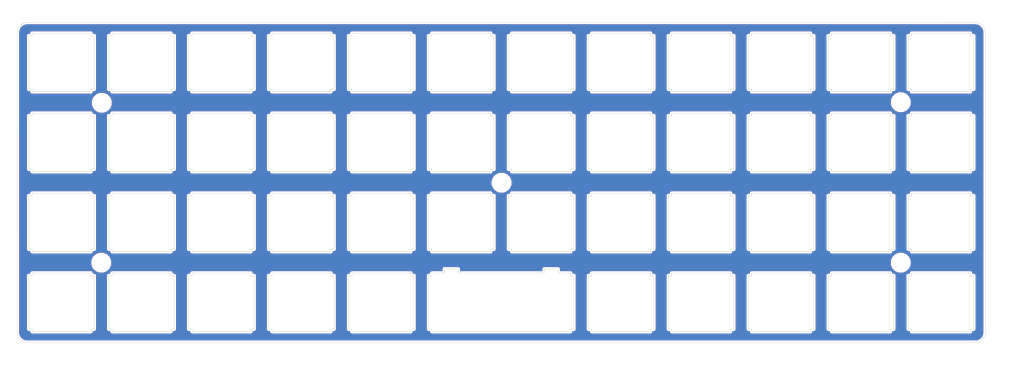
<source format=kicad_pcb>
(kicad_pcb (version 20171130) (host pcbnew "(5.0.0)")
  (layers (0 F.Cu signal) (31 B.Cu signal) (34 B.Paste user) (35 F.Paste user) (36 B.SilkS user) (37 F.SilkS user) (38 B.Mask user) (39 F.Mask user) (44 Edge.Cuts user))
  (net 0 "")
  (net 1 GND)
  (module locallib:hole4mm (layer F.Cu) (at 56.007 86.36)
    (fp_text reference REF**)
    (fp_text value hole)
    (pad "" np_thru_hole circle (at 0 0) (size 4 4) (drill 4) (layers *.Cu *.Mask))
  )
  (module locallib:Outline (layer F.Cu) (at 151.003 105.41)
    (fp_text reference p1)
    (fp_text value Plate)
    (fp_line (start 20.955 -35.052) (end 20.955 -22.2514) (layer Edge.Cuts) (width 0.1))
    (fp_line (start 2.705 -21.6521) (end 16.705 -21.6521) (layer Edge.Cuts) (width 0.1))
    (fp_line (start 40.806 -22.2514) (end 40.806 -21.6521) (layer Edge.Cuts) (width 0.1))
    (fp_line (start 59.856 -21.6521) (end 73.855 -21.6521) (layer Edge.Cuts) (width 0.1))
    (fp_line (start 54.805 -35.052) (end 54.805 -35.6514) (layer Edge.Cuts) (width 0.1))
    (fp_line (start -2.346 -35.052) (end -2.346 -35.6514) (layer Edge.Cuts) (width 0.1))
    (fp_line (start 35.755 -35.6514) (end 21.756 -35.6514) (layer Edge.Cuts) (width 0.1))
    (fp_line (start -16.3452 -22.2514) (end -16.3452 -21.6521) (layer Edge.Cuts) (width 0.1))
    (fp_line (start 36.556 -35.052) (end 35.755 -35.052) (layer Edge.Cuts) (width 0.1))
    (fp_line (start 73.855 -21.6521) (end 73.855 -22.2514) (layer Edge.Cuts) (width 0.1))
    (fp_line (start 73.855 -22.2514) (end 74.656 -22.2514) (layer Edge.Cuts) (width 0.1))
    (fp_line (start 55.606 -35.052) (end 54.805 -35.052) (layer Edge.Cuts) (width 0.1))
    (fp_line (start 35.755 -21.6521) (end 35.755 -22.2514) (layer Edge.Cuts) (width 0.1))
    (fp_line (start -2.346 -21.6521) (end -2.346 -22.2514) (layer Edge.Cuts) (width 0.1))
    (fp_line (start 1.904 -35.052) (end 1.904 -22.2514) (layer Edge.Cuts) (width 0.1))
    (fp_line (start 20.955 -22.2514) (end 21.756 -22.2514) (layer Edge.Cuts) (width 0.1))
    (fp_line (start 40.806 -35.6514) (end 40.806 -35.052) (layer Edge.Cuts) (width 0.1))
    (fp_line (start -2.346 -35.6514) (end -16.3452 -35.6514) (layer Edge.Cuts) (width 0.1))
    (fp_line (start 74.656 -22.2514) (end 74.656 -35.052) (layer Edge.Cuts) (width 0.1))
    (fp_line (start 16.705 -21.6521) (end 16.705 -22.2514) (layer Edge.Cuts) (width 0.1))
    (fp_line (start -1.545 -35.052) (end -2.346 -35.052) (layer Edge.Cuts) (width 0.1))
    (fp_line (start 54.805 -35.6514) (end 40.806 -35.6514) (layer Edge.Cuts) (width 0.1))
    (fp_line (start 59.856 -35.6514) (end 59.856 -35.052) (layer Edge.Cuts) (width 0.1))
    (fp_line (start 78.906 -35.6514) (end 78.906 -35.052) (layer Edge.Cuts) (width 0.1))
    (fp_line (start 78.105 -35.052) (end 78.105 -22.2514) (layer Edge.Cuts) (width 0.1))
    (fp_line (start 59.055 -35.052) (end 59.055 -22.2514) (layer Edge.Cuts) (width 0.1))
    (fp_line (start 78.105 -22.2514) (end 78.906 -22.2514) (layer Edge.Cuts) (width 0.1))
    (fp_line (start 40.005 -22.2514) (end 40.806 -22.2514) (layer Edge.Cuts) (width 0.1))
    (fp_line (start 21.756 -35.6514) (end 21.756 -35.052) (layer Edge.Cuts) (width 0.1))
    (fp_line (start 17.506 -35.052) (end 16.705 -35.052) (layer Edge.Cuts) (width 0.1))
    (fp_line (start 2.705 -35.6514) (end 2.705 -35.052) (layer Edge.Cuts) (width 0.1))
    (fp_line (start 2.705 -35.052) (end 1.904 -35.052) (layer Edge.Cuts) (width 0.1))
    (fp_line (start 16.705 -35.6514) (end 2.705 -35.6514) (layer Edge.Cuts) (width 0.1))
    (fp_line (start -17.1446 -35.052) (end -17.1446 -22.2514) (layer Edge.Cuts) (width 0.1))
    (fp_line (start 21.756 -35.052) (end 20.955 -35.052) (layer Edge.Cuts) (width 0.1))
    (fp_line (start 73.855 -35.6514) (end 59.856 -35.6514) (layer Edge.Cuts) (width 0.1))
    (fp_line (start 35.755 -35.052) (end 35.755 -35.6514) (layer Edge.Cuts) (width 0.1))
    (fp_line (start 55.606 -22.2514) (end 55.606 -35.052) (layer Edge.Cuts) (width 0.1))
    (fp_line (start -16.3452 -35.6514) (end -16.3452 -35.052) (layer Edge.Cuts) (width 0.1))
    (fp_line (start 21.756 -22.2514) (end 21.756 -21.6521) (layer Edge.Cuts) (width 0.1))
    (fp_line (start -2.346 -22.2514) (end -1.545 -22.2514) (layer Edge.Cuts) (width 0.1))
    (fp_line (start 17.506 -22.2514) (end 17.506 -35.052) (layer Edge.Cuts) (width 0.1))
    (fp_line (start -16.3452 -35.052) (end -17.1446 -35.052) (layer Edge.Cuts) (width 0.1))
    (fp_line (start 54.805 -22.2514) (end 55.606 -22.2514) (layer Edge.Cuts) (width 0.1))
    (fp_line (start 35.755 -22.2514) (end 36.556 -22.2514) (layer Edge.Cuts) (width 0.1))
    (fp_line (start 36.556 -22.2514) (end 36.556 -35.052) (layer Edge.Cuts) (width 0.1))
    (fp_line (start 40.005 -35.052) (end 40.005 -22.2514) (layer Edge.Cuts) (width 0.1))
    (fp_line (start 59.856 -35.052) (end 59.055 -35.052) (layer Edge.Cuts) (width 0.1))
    (fp_line (start 59.055 -22.2514) (end 59.856 -22.2514) (layer Edge.Cuts) (width 0.1))
    (fp_line (start 59.856 -22.2514) (end 59.856 -21.6521) (layer Edge.Cuts) (width 0.1))
    (fp_line (start 74.656 -35.052) (end 73.855 -35.052) (layer Edge.Cuts) (width 0.1))
    (fp_line (start -16.3452 -21.6521) (end -2.346 -21.6521) (layer Edge.Cuts) (width 0.1))
    (fp_line (start 16.705 -22.2514) (end 17.506 -22.2514) (layer Edge.Cuts) (width 0.1))
    (fp_line (start 73.855 -35.052) (end 73.855 -35.6514) (layer Edge.Cuts) (width 0.1))
    (fp_line (start -17.1446 -22.2514) (end -16.3452 -22.2514) (layer Edge.Cuts) (width 0.1))
    (fp_line (start 16.705 -35.052) (end 16.705 -35.6514) (layer Edge.Cuts) (width 0.1))
    (fp_line (start 21.756 -21.6521) (end 35.755 -21.6521) (layer Edge.Cuts) (width 0.1))
    (fp_line (start 40.806 -21.6521) (end 54.805 -21.6521) (layer Edge.Cuts) (width 0.1))
    (fp_line (start 54.805 -21.6521) (end 54.805 -22.2514) (layer Edge.Cuts) (width 0.1))
    (fp_line (start 40.806 -35.052) (end 40.005 -35.052) (layer Edge.Cuts) (width 0.1))
    (fp_line (start 78.906 -35.052) (end 78.105 -35.052) (layer Edge.Cuts) (width 0.1))
    (fp_line (start -1.545 -22.2514) (end -1.545 -35.052) (layer Edge.Cuts) (width 0.1))
    (fp_line (start 1.904 -22.2514) (end 2.705 -22.2514) (layer Edge.Cuts) (width 0.1))
    (fp_line (start 2.705 -22.2514) (end 2.705 -21.6521) (layer Edge.Cuts) (width 0.1))
    (fp_line (start -78.5445 -21.6521) (end -78.5445 -22.2514) (layer Edge.Cuts) (width 0.1))
    (fp_line (start -58.6937 -35.052) (end -59.4945 -35.052) (layer Edge.Cuts) (width 0.1))
    (fp_line (start -97.5944 -22.2514) (end -96.7938 -22.2514) (layer Edge.Cuts) (width 0.1))
    (fp_line (start -92.5439 -35.6514) (end -92.5439 -35.052) (layer Edge.Cuts) (width 0.1))
    (fp_line (start -78.5445 -22.2514) (end -77.7437 -22.2514) (layer Edge.Cuts) (width 0.1))
    (fp_line (start -54.4438 -21.6521) (end -40.4445 -21.6521) (layer Edge.Cuts) (width 0.1))
    (fp_line (start -40.4445 -35.6514) (end -54.4438 -35.6514) (layer Edge.Cuts) (width 0.1))
    (fp_line (start -36.1946 -22.2514) (end -35.3938 -22.2514) (layer Edge.Cuts) (width 0.1))
    (fp_line (start -20.5951 -22.2514) (end -20.5951 -35.052) (layer Edge.Cuts) (width 0.1))
    (fp_line (start -20.5951 -35.052) (end -21.3945 -35.052) (layer Edge.Cuts) (width 0.1))
    (fp_line (start -59.4945 -22.2514) (end -58.6937 -22.2514) (layer Edge.Cuts) (width 0.1))
    (fp_line (start -21.3945 -35.052) (end -21.3945 -35.6514) (layer Edge.Cuts) (width 0.1))
    (fp_line (start -74.2946 -35.052) (end -74.2946 -22.2514) (layer Edge.Cuts) (width 0.1))
    (fp_line (start -54.4438 -22.2514) (end -54.4438 -21.6521) (layer Edge.Cuts) (width 0.1))
    (fp_line (start -92.5439 -21.6521) (end -78.5445 -21.6521) (layer Edge.Cuts) (width 0.1))
    (fp_line (start -73.4938 -22.2514) (end -73.4938 -21.6521) (layer Edge.Cuts) (width 0.1))
    (fp_line (start -40.4445 -22.2514) (end -39.6437 -22.2514) (layer Edge.Cuts) (width 0.1))
    (fp_line (start -73.4938 -35.6514) (end -73.4938 -35.052) (layer Edge.Cuts) (width 0.1))
    (fp_line (start -39.6437 -35.052) (end -40.4445 -35.052) (layer Edge.Cuts) (width 0.1))
    (fp_line (start -54.4438 -35.052) (end -55.2446 -35.052) (layer Edge.Cuts) (width 0.1))
    (fp_line (start -112.39453 -35.052) (end -112.39453 -22.2514) (layer Edge.Cuts) (width 0.1))
    (fp_line (start -112.39453 -22.2514) (end -111.5939 -22.2514) (layer Edge.Cuts) (width 0.1))
    (fp_line (start -97.5944 -21.6521) (end -97.5944 -22.2514) (layer Edge.Cuts) (width 0.1))
    (fp_line (start -55.2446 -22.2514) (end -54.4438 -22.2514) (layer Edge.Cuts) (width 0.1))
    (fp_line (start -58.6937 -22.2514) (end -58.6937 -35.052) (layer Edge.Cuts) (width 0.1))
    (fp_line (start -40.4445 -21.6521) (end -40.4445 -22.2514) (layer Edge.Cuts) (width 0.1))
    (fp_line (start -93.3445 -22.2514) (end -92.5439 -22.2514) (layer Edge.Cuts) (width 0.1))
    (fp_line (start -92.5439 -35.052) (end -93.3445 -35.052) (layer Edge.Cuts) (width 0.1))
    (fp_line (start -59.4945 -35.052) (end -59.4945 -35.6514) (layer Edge.Cuts) (width 0.1))
    (fp_line (start -35.3938 -35.6514) (end -35.3938 -35.052) (layer Edge.Cuts) (width 0.1))
    (fp_line (start 111.955 -16.6014) (end 97.956 -16.6014) (layer Edge.Cuts) (width 0.1))
    (fp_line (start -96.7938 -35.052) (end -97.5944 -35.052) (layer Edge.Cuts) (width 0.1))
    (fp_line (start -35.3938 -22.2514) (end -35.3938 -21.6521) (layer Edge.Cuts) (width 0.1))
    (fp_line (start -21.3945 -35.6514) (end -35.3938 -35.6514) (layer Edge.Cuts) (width 0.1))
    (fp_line (start 112.756 -16.002) (end 111.955 -16.002) (layer Edge.Cuts) (width 0.1))
    (fp_line (start 111.955 -16.002) (end 111.955 -16.6014) (layer Edge.Cuts) (width 0.1))
    (fp_line (start -78.5445 -35.6514) (end -92.5439 -35.6514) (layer Edge.Cuts) (width 0.1))
    (fp_line (start -97.5944 -35.052) (end -97.5944 -35.6514) (layer Edge.Cuts) (width 0.1))
    (fp_line (start -111.5939 -22.2514) (end -111.5939 -21.6521) (layer Edge.Cuts) (width 0.1))
    (fp_line (start -74.2946 -22.2514) (end -73.4938 -22.2514) (layer Edge.Cuts) (width 0.1))
    (fp_line (start -77.7437 -35.052) (end -78.5445 -35.052) (layer Edge.Cuts) (width 0.1))
    (fp_line (start -59.4945 -21.6521) (end -59.4945 -22.2514) (layer Edge.Cuts) (width 0.1))
    (fp_line (start -59.4945 -35.6514) (end -73.4938 -35.6514) (layer Edge.Cuts) (width 0.1))
    (fp_line (start -54.4438 -35.6514) (end -54.4438 -35.052) (layer Edge.Cuts) (width 0.1))
    (fp_line (start -111.5939 -21.6521) (end -97.5944 -21.6521) (layer Edge.Cuts) (width 0.1))
    (fp_line (start -97.5944 -35.6514) (end -111.5939 -35.6514) (layer Edge.Cuts) (width 0.1))
    (fp_line (start -93.3445 -35.052) (end -93.3445 -22.2514) (layer Edge.Cuts) (width 0.1))
    (fp_line (start -111.5939 -35.052) (end -112.39453 -35.052) (layer Edge.Cuts) (width 0.1))
    (fp_line (start -73.4938 -35.052) (end -74.2946 -35.052) (layer Edge.Cuts) (width 0.1))
    (fp_line (start -78.5445 -35.052) (end -78.5445 -35.6514) (layer Edge.Cuts) (width 0.1))
    (fp_line (start -55.2446 -35.052) (end -55.2446 -22.2514) (layer Edge.Cuts) (width 0.1))
    (fp_line (start -39.6437 -22.2514) (end -39.6437 -35.052) (layer Edge.Cuts) (width 0.1))
    (fp_line (start -40.4445 -35.052) (end -40.4445 -35.6514) (layer Edge.Cuts) (width 0.1))
    (fp_line (start -73.4938 -21.6521) (end -59.4945 -21.6521) (layer Edge.Cuts) (width 0.1))
    (fp_line (start -111.5939 -35.6514) (end -111.5939 -35.052) (layer Edge.Cuts) (width 0.1))
    (fp_line (start -96.7938 -22.2514) (end -96.7938 -35.052) (layer Edge.Cuts) (width 0.1))
    (fp_line (start -35.3938 -35.052) (end -36.1946 -35.052) (layer Edge.Cuts) (width 0.1))
    (fp_line (start -36.1946 -35.052) (end -36.1946 -22.2514) (layer Edge.Cuts) (width 0.1))
    (fp_line (start -35.3938 -21.6521) (end -21.3945 -21.6521) (layer Edge.Cuts) (width 0.1))
    (fp_line (start -21.3945 -21.6521) (end -21.3945 -22.2514) (layer Edge.Cuts) (width 0.1))
    (fp_line (start -92.5439 -22.2514) (end -92.5439 -21.6521) (layer Edge.Cuts) (width 0.1))
    (fp_line (start -77.7437 -22.2514) (end -77.7437 -35.052) (layer Edge.Cuts) (width 0.1))
    (fp_line (start -21.3945 -22.2514) (end -20.5951 -22.2514) (layer Edge.Cuts) (width 0.1))
    (fp_line (start 97.956 -35.052) (end 97.155 -35.052) (layer Edge.Cuts) (width 0.1))
    (fp_line (start 111.955 -22.2514) (end 112.756 -22.2514) (layer Edge.Cuts) (width 0.1))
    (fp_line (start 93.706 -22.2514) (end 93.706 -35.052) (layer Edge.Cuts) (width 0.1))
    (fp_line (start 78.906 -22.2514) (end 78.906 -21.6521) (layer Edge.Cuts) (width 0.1))
    (fp_line (start 92.905 -21.6521) (end 92.905 -22.2514) (layer Edge.Cuts) (width 0.1))
    (fp_line (start 111.955 -21.6521) (end 111.955 -22.2514) (layer Edge.Cuts) (width 0.1))
    (fp_line (start 93.706 -35.052) (end 92.905 -35.052) (layer Edge.Cuts) (width 0.1))
    (fp_line (start 112.756 -35.052) (end 111.955 -35.052) (layer Edge.Cuts) (width 0.1))
    (fp_line (start 112.756 -22.2514) (end 112.756 -35.052) (layer Edge.Cuts) (width 0.1))
    (fp_line (start 111.955 -35.6514) (end 97.956 -35.6514) (layer Edge.Cuts) (width 0.1))
    (fp_line (start 97.956 -35.6514) (end 97.956 -35.052) (layer Edge.Cuts) (width 0.1))
    (fp_line (start 92.905 -22.2514) (end 93.706 -22.2514) (layer Edge.Cuts) (width 0.1))
    (fp_line (start 97.956 -21.6521) (end 111.955 -21.6521) (layer Edge.Cuts) (width 0.1))
    (fp_line (start 97.956 -22.2514) (end 97.956 -21.6521) (layer Edge.Cuts) (width 0.1))
    (fp_line (start 111.955 -35.052) (end 111.955 -35.6514) (layer Edge.Cuts) (width 0.1))
    (fp_line (start 92.905 -35.6514) (end 78.906 -35.6514) (layer Edge.Cuts) (width 0.1))
    (fp_line (start 78.906 -21.6521) (end 92.905 -21.6521) (layer Edge.Cuts) (width 0.1))
    (fp_line (start 97.155 -35.052) (end 97.155 -22.2514) (layer Edge.Cuts) (width 0.1))
    (fp_line (start 97.155 -22.2514) (end 97.956 -22.2514) (layer Edge.Cuts) (width 0.1))
    (fp_line (start 92.905 -35.052) (end 92.905 -35.6514) (layer Edge.Cuts) (width 0.1))
    (fp_line (start 35.755 34.89858) (end 36.556 34.89858) (layer Edge.Cuts) (width 0.1))
    (fp_line (start 21.756 22.098) (end 20.955 22.098) (layer Edge.Cuts) (width 0.1))
    (fp_line (start 36.556 34.89858) (end 36.556 22.098) (layer Edge.Cuts) (width 0.1))
    (fp_line (start 36.556 22.098) (end 35.755 22.098) (layer Edge.Cuts) (width 0.1))
    (fp_line (start 54.805 35.49803) (end 54.805 34.89858) (layer Edge.Cuts) (width 0.1))
    (fp_line (start 54.805 22.098) (end 54.805 21.4985) (layer Edge.Cuts) (width 0.1))
    (fp_line (start 59.055 34.89858) (end 59.856 34.89858) (layer Edge.Cuts) (width 0.1))
    (fp_line (start 35.755 35.49803) (end 35.755 34.89858) (layer Edge.Cuts) (width 0.1))
    (fp_line (start 73.855 35.49803) (end 73.855 34.89858) (layer Edge.Cuts) (width 0.1))
    (fp_line (start 40.005 34.89858) (end 40.806 34.89858) (layer Edge.Cuts) (width 0.1))
    (fp_line (start 55.606 34.89858) (end 55.606 22.098) (layer Edge.Cuts) (width 0.1))
    (fp_line (start 40.806 22.098) (end 40.005 22.098) (layer Edge.Cuts) (width 0.1))
    (fp_line (start 40.806 35.49803) (end 54.805 35.49803) (layer Edge.Cuts) (width 0.1))
    (fp_line (start 20.955 22.098) (end 20.955 34.89858) (layer Edge.Cuts) (width 0.1))
    (fp_line (start 21.756 34.89858) (end 21.756 35.49803) (layer Edge.Cuts) (width 0.1))
    (fp_line (start 55.606 22.098) (end 54.805 22.098) (layer Edge.Cuts) (width 0.1))
    (fp_line (start 54.805 21.4985) (end 40.806 21.4985) (layer Edge.Cuts) (width 0.1))
    (fp_line (start 59.856 21.4985) (end 59.856 22.098) (layer Edge.Cuts) (width 0.1))
    (fp_line (start 59.856 22.098) (end 59.055 22.098) (layer Edge.Cuts) (width 0.1))
    (fp_line (start 59.055 22.098) (end 59.055 34.89858) (layer Edge.Cuts) (width 0.1))
    (fp_line (start 40.806 21.4985) (end 40.806 22.098) (layer Edge.Cuts) (width 0.1))
    (fp_line (start 21.756 21.4985) (end 21.756 22.098) (layer Edge.Cuts) (width 0.1))
    (fp_line (start 20.955 34.89858) (end 21.756 34.89858) (layer Edge.Cuts) (width 0.1))
    (fp_line (start 35.755 22.098) (end 35.755 21.4985) (layer Edge.Cuts) (width 0.1))
    (fp_line (start 40.806 34.89858) (end 40.806 35.49803) (layer Edge.Cuts) (width 0.1))
    (fp_line (start 54.805 34.89858) (end 55.606 34.89858) (layer Edge.Cuts) (width 0.1))
    (fp_line (start 40.005 22.098) (end 40.005 34.89858) (layer Edge.Cuts) (width 0.1))
    (fp_line (start 35.755 21.4985) (end 21.756 21.4985) (layer Edge.Cuts) (width 0.1))
    (fp_line (start 59.856 34.89858) (end 59.856 35.49803) (layer Edge.Cuts) (width 0.1))
    (fp_line (start 21.756 35.49803) (end 35.755 35.49803) (layer Edge.Cuts) (width 0.1))
    (fp_line (start 59.856 35.49803) (end 73.855 35.49803) (layer Edge.Cuts) (width 0.1))
    (fp_line (start 78.906 34.89858) (end 78.906 35.49803) (layer Edge.Cuts) (width 0.1))
    (fp_line (start 73.855 22.098) (end 73.855 21.4985) (layer Edge.Cuts) (width 0.1))
    (fp_line (start 78.906 35.49803) (end 92.905 35.49803) (layer Edge.Cuts) (width 0.1))
    (fp_line (start 92.905 35.49803) (end 92.905 34.89858) (layer Edge.Cuts) (width 0.1))
    (fp_line (start 97.155 34.89858) (end 97.956 34.89858) (layer Edge.Cuts) (width 0.1))
    (fp_line (start 111.955 34.89858) (end 112.756 34.89858) (layer Edge.Cuts) (width 0.1))
    (fp_line (start -111.5939 2.4486) (end -111.5939 3.048) (layer Edge.Cuts) (width 0.1))
    (fp_line (start 78.105 34.89858) (end 78.906 34.89858) (layer Edge.Cuts) (width 0.1))
    (fp_line (start -111.5939 3.048) (end -112.39453 3.048) (layer Edge.Cuts) (width 0.1))
    (fp_line (start 97.956 21.4985) (end 97.956 22.098) (layer Edge.Cuts) (width 0.1))
    (fp_line (start 97.956 35.49803) (end 111.955 35.49803) (layer Edge.Cuts) (width 0.1))
    (fp_line (start 92.905 22.098) (end 92.905 21.4985) (layer Edge.Cuts) (width 0.1))
    (fp_line (start 97.155 22.098) (end 97.155 34.89858) (layer Edge.Cuts) (width 0.1))
    (fp_line (start 73.855 21.4985) (end 59.856 21.4985) (layer Edge.Cuts) (width 0.1))
    (fp_line (start 78.906 22.098) (end 78.105 22.098) (layer Edge.Cuts) (width 0.1))
    (fp_line (start 73.855 34.89858) (end 74.656 34.89858) (layer Edge.Cuts) (width 0.1))
    (fp_line (start 111.955 35.49803) (end 111.955 34.89858) (layer Edge.Cuts) (width 0.1))
    (fp_line (start 112.756 34.89858) (end 112.756 22.098) (layer Edge.Cuts) (width 0.1))
    (fp_line (start 74.656 34.89858) (end 74.656 22.098) (layer Edge.Cuts) (width 0.1))
    (fp_line (start 112.756 22.098) (end 111.955 22.098) (layer Edge.Cuts) (width 0.1))
    (fp_line (start 93.706 22.098) (end 92.905 22.098) (layer Edge.Cuts) (width 0.1))
    (fp_line (start 74.656 22.098) (end 73.855 22.098) (layer Edge.Cuts) (width 0.1))
    (fp_line (start 78.906 21.4985) (end 78.906 22.098) (layer Edge.Cuts) (width 0.1))
    (fp_line (start 92.905 34.89858) (end 93.706 34.89858) (layer Edge.Cuts) (width 0.1))
    (fp_line (start 97.956 22.098) (end 97.155 22.098) (layer Edge.Cuts) (width 0.1))
    (fp_line (start 97.956 34.89858) (end 97.956 35.49803) (layer Edge.Cuts) (width 0.1))
    (fp_line (start 92.905 21.4985) (end 78.906 21.4985) (layer Edge.Cuts) (width 0.1))
    (fp_line (start 93.706 34.89858) (end 93.706 22.098) (layer Edge.Cuts) (width 0.1))
    (fp_line (start 111.955 22.098) (end 111.955 21.4985) (layer Edge.Cuts) (width 0.1))
    (fp_line (start 78.105 22.098) (end 78.105 34.89858) (layer Edge.Cuts) (width 0.1))
    (fp_line (start 111.955 21.4985) (end 97.956 21.4985) (layer Edge.Cuts) (width 0.1))
    (fp_line (start 113.288 38.017084) (end 113.102 38.023974) (layer Edge.Cuts) (width 0.1))
    (fp_line (start -114.13775 37.569219) (end -114.285203 37.453466) (layer Edge.Cuts) (width 0.1))
    (fp_line (start -114.66554 37.04281) (end -114.768893 36.88709) (layer Edge.Cuts) (width 0.1))
    (fp_line (start -115.054148 36.19945) (end -115.089976 36.01617) (layer Edge.Cuts) (width 0.1))
    (fp_line (start -115.120293 35.6441) (end -115.118915 -35.796) (layer Edge.Cuts) (width 0.1))
    (fp_line (start -115.089976 -36.1696) (end -115.054148 -36.353) (layer Edge.Cuts) (width 0.1))
    (fp_line (start -113.64993 37.842073) (end -113.8208 37.764902) (layer Edge.Cuts) (width 0.1))
    (fp_line (start -114.421629 37.326685) (end -114.549786 37.190262) (layer Edge.Cuts) (width 0.1))
    (fp_line (start -113.29577 37.959206) (end -113.47491 37.908218) (layer Edge.Cuts) (width 0.1))
    (fp_line (start -113.98341 37.673952) (end -114.13775 37.569219) (layer Edge.Cuts) (width 0.1))
    (fp_line (start -114.549786 37.190262) (end -114.66554 37.04281) (layer Edge.Cuts) (width 0.1))
    (fp_line (start -114.938392 36.55498) (end -115.00316 36.37997) (layer Edge.Cuts) (width 0.1))
    (fp_line (start -115.00316 36.37997) (end -115.054148 36.19945) (layer Edge.Cuts) (width 0.1))
    (fp_line (start -114.768893 36.88709) (end -114.859843 36.72448) (layer Edge.Cuts) (width 0.1))
    (fp_line (start -114.859843 36.72448) (end -114.938392 36.55498) (layer Edge.Cuts) (width 0.1))
    (fp_line (start -115.089976 36.01617) (end -115.112025 35.83014) (layer Edge.Cuts) (width 0.1))
    (fp_line (start -115.112025 -35.9837) (end -115.089976 -36.1696) (layer Edge.Cuts) (width 0.1))
    (fp_line (start -113.11249 37.995035) (end -113.29577 37.959206) (layer Edge.Cuts) (width 0.1))
    (fp_line (start -113.8208 37.764902) (end -113.98341 37.673952) (layer Edge.Cuts) (width 0.1))
    (fp_line (start -115.118915 -35.796) (end -115.112025 -35.9837) (layer Edge.Cuts) (width 0.1))
    (fp_line (start -112.73904 38.023974) (end -112.92645 38.017084) (layer Edge.Cuts) (width 0.1))
    (fp_line (start -115.00316 -36.5319) (end -114.938392 -36.7072) (layer Edge.Cuts) (width 0.1))
    (fp_line (start -114.285203 37.453466) (end -114.421629 37.326685) (layer Edge.Cuts) (width 0.1))
    (fp_line (start -113.47491 37.908218) (end -113.64993 37.842073) (layer Edge.Cuts) (width 0.1))
    (fp_line (start -112.92645 38.017084) (end -113.11249 37.995035) (layer Edge.Cuts) (width 0.1))
    (fp_line (start -114.938392 -36.7072) (end -114.859843 -36.878) (layer Edge.Cuts) (width 0.1))
    (fp_line (start -115.054148 -36.353) (end -115.00316 -36.5319) (layer Edge.Cuts) (width 0.1))
    (fp_line (start -114.859843 -36.878) (end -114.768893 -37.0406) (layer Edge.Cuts) (width 0.1))
    (fp_line (start -115.112025 35.83014) (end -115.120293 35.6441) (layer Edge.Cuts) (width 0.1))
    (fp_line (start -114.768893 -37.0406) (end -114.66554 -37.1948) (layer Edge.Cuts) (width 0.1))
    (fp_line (start 113.102 38.023974) (end -112.73904 38.023974) (layer Edge.Cuts) (width 0.1))
    (fp_line (start 59.856 2.4486) (end 59.856 3.048) (layer Edge.Cuts) (width 0.1))
    (fp_line (start 97.956 15.8486) (end 97.956 16.448) (layer Edge.Cuts) (width 0.1))
    (fp_line (start 97.956 16.448) (end 111.955 16.448) (layer Edge.Cuts) (width 0.1))
    (fp_line (start 78.906 2.4486) (end 78.906 3.048) (layer Edge.Cuts) (width 0.1))
    (fp_line (start 111.955 16.448) (end 111.955 15.8486) (layer Edge.Cuts) (width 0.1))
    (fp_line (start -112.39453 -3.2014) (end -111.5939 -3.2014) (layer Edge.Cuts) (width 0.1))
    (fp_line (start 92.905 2.4486) (end 78.906 2.4486) (layer Edge.Cuts) (width 0.1))
    (fp_line (start -97.5944 -2.6021) (end -97.5944 -3.2014) (layer Edge.Cuts) (width 0.1))
    (fp_line (start 40.806 16.448) (end 54.805 16.448) (layer Edge.Cuts) (width 0.1))
    (fp_line (start 55.606 15.8486) (end 55.606 3.048) (layer Edge.Cuts) (width 0.1))
    (fp_line (start 78.906 16.448) (end 92.905 16.448) (layer Edge.Cuts) (width 0.1))
    (fp_line (start 54.805 3.048) (end 54.805 2.4486) (layer Edge.Cuts) (width 0.1))
    (fp_line (start 59.856 3.048) (end 59.055 3.048) (layer Edge.Cuts) (width 0.1))
    (fp_line (start -97.5944 -16.6014) (end -111.5939 -16.6014) (layer Edge.Cuts) (width 0.1))
    (fp_line (start 40.005 3.048) (end 40.005 15.8486) (layer Edge.Cuts) (width 0.1))
    (fp_line (start 92.905 15.8486) (end 93.706 15.8486) (layer Edge.Cuts) (width 0.1))
    (fp_line (start 97.155 15.8486) (end 97.956 15.8486) (layer Edge.Cuts) (width 0.1))
    (fp_line (start 54.805 15.8486) (end 55.606 15.8486) (layer Edge.Cuts) (width 0.1))
    (fp_line (start 40.806 15.8486) (end 40.806 16.448) (layer Edge.Cuts) (width 0.1))
    (fp_line (start 97.956 2.4486) (end 97.956 3.048) (layer Edge.Cuts) (width 0.1))
    (fp_line (start 92.905 3.048) (end 92.905 2.4486) (layer Edge.Cuts) (width 0.1))
    (fp_line (start 59.856 16.448) (end 73.855 16.448) (layer Edge.Cuts) (width 0.1))
    (fp_line (start -111.5939 -3.2014) (end -111.5939 -2.6021) (layer Edge.Cuts) (width 0.1))
    (fp_line (start 111.955 15.8486) (end 112.756 15.8486) (layer Edge.Cuts) (width 0.1))
    (fp_line (start -97.5944 -3.2014) (end -96.7938 -3.2014) (layer Edge.Cuts) (width 0.1))
    (fp_line (start -97.5944 -16.002) (end -97.5944 -16.6014) (layer Edge.Cuts) (width 0.1))
    (fp_line (start -92.5439 -16.6014) (end -92.5439 -16.002) (layer Edge.Cuts) (width 0.1))
    (fp_line (start -92.5439 -16.002) (end -93.3445 -16.002) (layer Edge.Cuts) (width 0.1))
    (fp_line (start -93.3445 -16.002) (end -93.3445 -3.2014) (layer Edge.Cuts) (width 0.1))
    (fp_line (start 59.055 15.8486) (end 59.856 15.8486) (layer Edge.Cuts) (width 0.1))
    (fp_line (start 78.105 15.8486) (end 78.906 15.8486) (layer Edge.Cuts) (width 0.1))
    (fp_line (start 55.606 3.048) (end 54.805 3.048) (layer Edge.Cuts) (width 0.1))
    (fp_line (start 78.906 15.8486) (end 78.906 16.448) (layer Edge.Cuts) (width 0.1))
    (fp_line (start 40.806 2.4486) (end 40.806 3.048) (layer Edge.Cuts) (width 0.1))
    (fp_line (start 40.806 3.048) (end 40.005 3.048) (layer Edge.Cuts) (width 0.1))
    (fp_line (start 73.855 16.448) (end 73.855 15.8486) (layer Edge.Cuts) (width 0.1))
    (fp_line (start 74.656 15.8486) (end 74.656 3.048) (layer Edge.Cuts) (width 0.1))
    (fp_line (start 40.005 15.8486) (end 40.806 15.8486) (layer Edge.Cuts) (width 0.1))
    (fp_line (start 73.855 3.048) (end 73.855 2.4486) (layer Edge.Cuts) (width 0.1))
    (fp_line (start 78.906 3.048) (end 78.105 3.048) (layer Edge.Cuts) (width 0.1))
    (fp_line (start 93.706 15.8486) (end 93.706 3.048) (layer Edge.Cuts) (width 0.1))
    (fp_line (start 73.855 15.8486) (end 74.656 15.8486) (layer Edge.Cuts) (width 0.1))
    (fp_line (start 78.105 3.048) (end 78.105 15.8486) (layer Edge.Cuts) (width 0.1))
    (fp_line (start 97.956 3.048) (end 97.155 3.048) (layer Edge.Cuts) (width 0.1))
    (fp_line (start 54.805 2.4486) (end 40.806 2.4486) (layer Edge.Cuts) (width 0.1))
    (fp_line (start 73.855 2.4486) (end 59.856 2.4486) (layer Edge.Cuts) (width 0.1))
    (fp_line (start 92.905 16.448) (end 92.905 15.8486) (layer Edge.Cuts) (width 0.1))
    (fp_line (start 97.155 3.048) (end 97.155 15.8486) (layer Edge.Cuts) (width 0.1))
    (fp_line (start 112.756 3.048) (end 111.955 3.048) (layer Edge.Cuts) (width 0.1))
    (fp_line (start 59.055 3.048) (end 59.055 15.8486) (layer Edge.Cuts) (width 0.1))
    (fp_line (start 111.955 3.048) (end 111.955 2.4486) (layer Edge.Cuts) (width 0.1))
    (fp_line (start -111.5939 -16.6014) (end -111.5939 -16.002) (layer Edge.Cuts) (width 0.1))
    (fp_line (start -111.5939 -16.002) (end -112.39453 -16.002) (layer Edge.Cuts) (width 0.1))
    (fp_line (start -112.39453 -16.002) (end -112.39453 -3.2014) (layer Edge.Cuts) (width 0.1))
    (fp_line (start -111.5939 -2.6021) (end -97.5944 -2.6021) (layer Edge.Cuts) (width 0.1))
    (fp_line (start -96.7938 -16.002) (end -97.5944 -16.002) (layer Edge.Cuts) (width 0.1))
    (fp_line (start 112.756 15.8486) (end 112.756 3.048) (layer Edge.Cuts) (width 0.1))
    (fp_line (start -96.7938 -3.2014) (end -96.7938 -16.002) (layer Edge.Cuts) (width 0.1))
    (fp_line (start 74.656 3.048) (end 73.855 3.048) (layer Edge.Cuts) (width 0.1))
    (fp_line (start 111.955 2.4486) (end 97.956 2.4486) (layer Edge.Cuts) (width 0.1))
    (fp_line (start 59.856 15.8486) (end 59.856 16.448) (layer Edge.Cuts) (width 0.1))
    (fp_line (start 54.805 16.448) (end 54.805 15.8486) (layer Edge.Cuts) (width 0.1))
    (fp_line (start 93.706 3.048) (end 92.905 3.048) (layer Edge.Cuts) (width 0.1))
    (fp_line (start -21.3945 35.49803) (end -21.3945 34.89858) (layer Edge.Cuts) (width 0.1))
    (fp_line (start -21.3945 34.89858) (end -20.5951 34.89858) (layer Edge.Cuts) (width 0.1))
    (fp_line (start -20.5951 34.89858) (end -20.5951 22.098) (layer Edge.Cuts) (width 0.1))
    (fp_line (start -17.1446 34.89858) (end -16.3452 34.89858) (layer Edge.Cuts) (width 0.1))
    (fp_line (start 16.705 34.89858) (end 17.506 34.89858) (layer Edge.Cuts) (width 0.1))
    (fp_line (start 13.731 21.4985) (end 13.731 20.5284) (layer Edge.Cuts) (width 0.1))
    (fp_line (start 10.431 21.4985) (end -10.07 21.4985) (layer Edge.Cuts) (width 0.1))
    (fp_line (start -35.3938 35.49803) (end -21.3945 35.49803) (layer Edge.Cuts) (width 0.1))
    (fp_line (start -16.3452 21.4985) (end -16.3452 22.098) (layer Edge.Cuts) (width 0.1))
    (fp_line (start -16.3452 35.49803) (end 16.705 35.49803) (layer Edge.Cuts) (width 0.1))
    (fp_line (start -13.369 20.5284) (end -13.369 21.4985) (layer Edge.Cuts) (width 0.1))
    (fp_line (start -17.1446 22.098) (end -17.1446 34.89858) (layer Edge.Cuts) (width 0.1))
    (fp_line (start 16.705 35.49803) (end 16.705 34.89858) (layer Edge.Cuts) (width 0.1))
    (fp_line (start -35.3938 22.098) (end -36.1946 22.098) (layer Edge.Cuts) (width 0.1))
    (fp_line (start -36.1946 34.89858) (end -35.3938 34.89858) (layer Edge.Cuts) (width 0.1))
    (fp_line (start 17.506 34.89858) (end 17.506 22.098) (layer Edge.Cuts) (width 0.1))
    (fp_line (start 17.506 22.098) (end 16.705 22.098) (layer Edge.Cuts) (width 0.1))
    (fp_line (start 16.705 22.098) (end 16.705 21.4985) (layer Edge.Cuts) (width 0.1))
    (fp_line (start 16.705 21.4985) (end 13.731 21.4985) (layer Edge.Cuts) (width 0.1))
    (fp_line (start -21.3945 21.4985) (end -35.3938 21.4985) (layer Edge.Cuts) (width 0.1))
    (fp_line (start -16.3452 22.098) (end -17.1446 22.098) (layer Edge.Cuts) (width 0.1))
    (fp_line (start 13.731 20.5284) (end 10.43 20.5284) (layer Edge.Cuts) (width 0.1))
    (fp_line (start -36.1946 22.098) (end -36.1946 34.89858) (layer Edge.Cuts) (width 0.1))
    (fp_line (start -20.5951 22.098) (end -21.3945 22.098) (layer Edge.Cuts) (width 0.1))
    (fp_line (start -16.3452 34.89858) (end -16.3452 35.49803) (layer Edge.Cuts) (width 0.1))
    (fp_line (start -13.369 21.4985) (end -16.3452 21.4985) (layer Edge.Cuts) (width 0.1))
    (fp_line (start -21.3945 22.098) (end -21.3945 21.4985) (layer Edge.Cuts) (width 0.1))
    (fp_line (start -10.07 21.4985) (end -10.07 20.5284) (layer Edge.Cuts) (width 0.1))
    (fp_line (start -10.07 20.5284) (end -13.369 20.5284) (layer Edge.Cuts) (width 0.1))
    (fp_line (start -35.3938 34.89858) (end -35.3938 35.49803) (layer Edge.Cuts) (width 0.1))
    (fp_line (start 10.43 20.5284) (end 10.431 21.4985) (layer Edge.Cuts) (width 0.1))
    (fp_line (start -77.7437 22.098) (end -78.5445 22.098) (layer Edge.Cuts) (width 0.1))
    (fp_line (start -78.5445 22.098) (end -78.5445 21.4985) (layer Edge.Cuts) (width 0.1))
    (fp_line (start -78.5445 21.4985) (end -92.5439 21.4985) (layer Edge.Cuts) (width 0.1))
    (fp_line (start -58.6937 34.89858) (end -58.6937 22.098) (layer Edge.Cuts) (width 0.1))
    (fp_line (start -54.4438 21.4985) (end -54.4438 22.098) (layer Edge.Cuts) (width 0.1))
    (fp_line (start -54.4438 35.49803) (end -40.4445 35.49803) (layer Edge.Cuts) (width 0.1))
    (fp_line (start -39.6437 34.89858) (end -39.6437 22.098) (layer Edge.Cuts) (width 0.1))
    (fp_line (start -77.7437 34.89858) (end -77.7437 22.098) (layer Edge.Cuts) (width 0.1))
    (fp_line (start -73.4938 35.49803) (end -59.4945 35.49803) (layer Edge.Cuts) (width 0.1))
    (fp_line (start -59.4945 22.098) (end -59.4945 21.4985) (layer Edge.Cuts) (width 0.1))
    (fp_line (start -74.2946 34.89858) (end -73.4938 34.89858) (layer Edge.Cuts) (width 0.1))
    (fp_line (start -59.4945 34.89858) (end -58.6937 34.89858) (layer Edge.Cuts) (width 0.1))
    (fp_line (start -59.4945 21.4985) (end -73.4938 21.4985) (layer Edge.Cuts) (width 0.1))
    (fp_line (start -78.5445 35.49803) (end -78.5445 34.89858) (layer Edge.Cuts) (width 0.1))
    (fp_line (start -55.2446 34.89858) (end -54.4438 34.89858) (layer Edge.Cuts) (width 0.1))
    (fp_line (start -54.4438 22.098) (end -55.2446 22.098) (layer Edge.Cuts) (width 0.1))
    (fp_line (start -55.2446 22.098) (end -55.2446 34.89858) (layer Edge.Cuts) (width 0.1))
    (fp_line (start -54.4438 34.89858) (end -54.4438 35.49803) (layer Edge.Cuts) (width 0.1))
    (fp_line (start -40.4445 35.49803) (end -40.4445 34.89858) (layer Edge.Cuts) (width 0.1))
    (fp_line (start -74.2946 22.098) (end -74.2946 34.89858) (layer Edge.Cuts) (width 0.1))
    (fp_line (start -59.4945 35.49803) (end -59.4945 34.89858) (layer Edge.Cuts) (width 0.1))
    (fp_line (start -39.6437 22.098) (end -40.4445 22.098) (layer Edge.Cuts) (width 0.1))
    (fp_line (start -73.4938 21.4985) (end -73.4938 22.098) (layer Edge.Cuts) (width 0.1))
    (fp_line (start -40.4445 21.4985) (end -54.4438 21.4985) (layer Edge.Cuts) (width 0.1))
    (fp_line (start -58.6937 22.098) (end -59.4945 22.098) (layer Edge.Cuts) (width 0.1))
    (fp_line (start -73.4938 34.89858) (end -73.4938 35.49803) (layer Edge.Cuts) (width 0.1))
    (fp_line (start -73.4938 22.098) (end -74.2946 22.098) (layer Edge.Cuts) (width 0.1))
    (fp_line (start -40.4445 22.098) (end -40.4445 21.4985) (layer Edge.Cuts) (width 0.1))
    (fp_line (start -35.3938 21.4985) (end -35.3938 22.098) (layer Edge.Cuts) (width 0.1))
    (fp_line (start -78.5445 34.89858) (end -77.7437 34.89858) (layer Edge.Cuts) (width 0.1))
    (fp_line (start -40.4445 34.89858) (end -39.6437 34.89858) (layer Edge.Cuts) (width 0.1))
    (fp_line (start -92.5439 3.048) (end -93.3445 3.048) (layer Edge.Cuts) (width 0.1))
    (fp_line (start -112.39453 3.048) (end -112.39453 15.8486) (layer Edge.Cuts) (width 0.1))
    (fp_line (start -97.5944 15.8486) (end -96.7938 15.8486) (layer Edge.Cuts) (width 0.1))
    (fp_line (start -93.3445 3.048) (end -93.3445 15.8486) (layer Edge.Cuts) (width 0.1))
    (fp_line (start -93.3445 15.8486) (end -92.5439 15.8486) (layer Edge.Cuts) (width 0.1))
    (fp_line (start -73.4938 2.4486) (end -73.4938 3.048) (layer Edge.Cuts) (width 0.1))
    (fp_line (start -73.4938 15.8486) (end -73.4938 16.448) (layer Edge.Cuts) (width 0.1))
    (fp_line (start -92.5439 2.4486) (end -92.5439 3.048) (layer Edge.Cuts) (width 0.1))
    (fp_line (start -59.4945 15.8486) (end -58.6937 15.8486) (layer Edge.Cuts) (width 0.1))
    (fp_line (start -58.6937 15.8486) (end -58.6937 3.048) (layer Edge.Cuts) (width 0.1))
    (fp_line (start -77.7437 3.048) (end -78.5445 3.048) (layer Edge.Cuts) (width 0.1))
    (fp_line (start -74.2946 3.048) (end -74.2946 15.8486) (layer Edge.Cuts) (width 0.1))
    (fp_line (start -78.5445 15.8486) (end -77.7437 15.8486) (layer Edge.Cuts) (width 0.1))
    (fp_line (start -96.7938 15.8486) (end -96.7938 3.048) (layer Edge.Cuts) (width 0.1))
    (fp_line (start -97.5944 3.048) (end -97.5944 2.4486) (layer Edge.Cuts) (width 0.1))
    (fp_line (start -111.5939 15.8486) (end -111.5939 16.448) (layer Edge.Cuts) (width 0.1))
    (fp_line (start -78.5445 2.4486) (end -92.5439 2.4486) (layer Edge.Cuts) (width 0.1))
    (fp_line (start -74.2946 15.8486) (end -73.4938 15.8486) (layer Edge.Cuts) (width 0.1))
    (fp_line (start -111.5939 16.448) (end -97.5944 16.448) (layer Edge.Cuts) (width 0.1))
    (fp_line (start -73.4938 16.448) (end -59.4945 16.448) (layer Edge.Cuts) (width 0.1))
    (fp_line (start -59.4945 16.448) (end -59.4945 15.8486) (layer Edge.Cuts) (width 0.1))
    (fp_line (start -97.5944 16.448) (end -97.5944 15.8486) (layer Edge.Cuts) (width 0.1))
    (fp_line (start -96.7938 3.048) (end -97.5944 3.048) (layer Edge.Cuts) (width 0.1))
    (fp_line (start -78.5445 16.448) (end -78.5445 15.8486) (layer Edge.Cuts) (width 0.1))
    (fp_line (start -92.5439 15.8486) (end -92.5439 16.448) (layer Edge.Cuts) (width 0.1))
    (fp_line (start -78.5445 3.048) (end -78.5445 2.4486) (layer Edge.Cuts) (width 0.1))
    (fp_line (start -112.39453 15.8486) (end -111.5939 15.8486) (layer Edge.Cuts) (width 0.1))
    (fp_line (start -77.7437 15.8486) (end -77.7437 3.048) (layer Edge.Cuts) (width 0.1))
    (fp_line (start -92.5439 16.448) (end -78.5445 16.448) (layer Edge.Cuts) (width 0.1))
    (fp_line (start -97.5944 2.4486) (end -111.5939 2.4486) (layer Edge.Cuts) (width 0.1))
    (fp_line (start -73.4938 3.048) (end -74.2946 3.048) (layer Edge.Cuts) (width 0.1))
    (fp_line (start 16.705 -16.6014) (end 2.705 -16.6014) (layer Edge.Cuts) (width 0.1))
    (fp_line (start 93.706 -16.002) (end 92.905 -16.002) (layer Edge.Cuts) (width 0.1))
    (fp_line (start 92.905 -16.6014) (end 78.906 -16.6014) (layer Edge.Cuts) (width 0.1))
    (fp_line (start 40.806 -16.6014) (end 40.806 -16.002) (layer Edge.Cuts) (width 0.1))
    (fp_line (start 40.005 -16.002) (end 40.005 -3.2014) (layer Edge.Cuts) (width 0.1))
    (fp_line (start 16.705 -2.6021) (end 16.705 -3.2014) (layer Edge.Cuts) (width 0.1))
    (fp_line (start 21.756 -2.6021) (end 35.755 -2.6021) (layer Edge.Cuts) (width 0.1))
    (fp_line (start 55.606 -16.002) (end 54.805 -16.002) (layer Edge.Cuts) (width 0.1))
    (fp_line (start 73.855 -16.002) (end 73.855 -16.6014) (layer Edge.Cuts) (width 0.1))
    (fp_line (start 40.005 -3.2014) (end 40.806 -3.2014) (layer Edge.Cuts) (width 0.1))
    (fp_line (start 78.105 -3.2014) (end 78.906 -3.2014) (layer Edge.Cuts) (width 0.1))
    (fp_line (start 92.905 -16.002) (end 92.905 -16.6014) (layer Edge.Cuts) (width 0.1))
    (fp_line (start 21.756 -3.2014) (end 21.756 -2.6021) (layer Edge.Cuts) (width 0.1))
    (fp_line (start 97.956 -16.002) (end 97.155 -16.002) (layer Edge.Cuts) (width 0.1))
    (fp_line (start 16.705 -3.2014) (end 17.506 -3.2014) (layer Edge.Cuts) (width 0.1))
    (fp_line (start 93.706 -3.2014) (end 93.706 -16.002) (layer Edge.Cuts) (width 0.1))
    (fp_line (start 97.956 -3.2014) (end 97.956 -2.6021) (layer Edge.Cuts) (width 0.1))
    (fp_line (start 54.805 -3.2014) (end 55.606 -3.2014) (layer Edge.Cuts) (width 0.1))
    (fp_line (start 111.955 -2.6021) (end 111.955 -3.2014) (layer Edge.Cuts) (width 0.1))
    (fp_line (start 111.955 -3.2014) (end 112.756 -3.2014) (layer Edge.Cuts) (width 0.1))
    (fp_line (start 35.755 -3.2014) (end 36.556 -3.2014) (layer Edge.Cuts) (width 0.1))
    (fp_line (start 35.755 -2.6021) (end 35.755 -3.2014) (layer Edge.Cuts) (width 0.1))
    (fp_line (start 59.856 -2.6021) (end 73.855 -2.6021) (layer Edge.Cuts) (width 0.1))
    (fp_line (start 73.855 -2.6021) (end 73.855 -3.2014) (layer Edge.Cuts) (width 0.1))
    (fp_line (start 74.656 -16.002) (end 73.855 -16.002) (layer Edge.Cuts) (width 0.1))
    (fp_line (start 36.556 -16.002) (end 35.755 -16.002) (layer Edge.Cuts) (width 0.1))
    (fp_line (start 112.756 -3.2014) (end 112.756 -16.002) (layer Edge.Cuts) (width 0.1))
    (fp_line (start 16.705 -16.002) (end 16.705 -16.6014) (layer Edge.Cuts) (width 0.1))
    (fp_line (start 78.906 -3.2014) (end 78.906 -2.6021) (layer Edge.Cuts) (width 0.1))
    (fp_line (start 92.905 -2.6021) (end 92.905 -3.2014) (layer Edge.Cuts) (width 0.1))
    (fp_line (start 97.956 -2.6021) (end 111.955 -2.6021) (layer Edge.Cuts) (width 0.1))
    (fp_line (start 59.055 -16.002) (end 59.055 -3.2014) (layer Edge.Cuts) (width 0.1))
    (fp_line (start 54.805 -2.6021) (end 54.805 -3.2014) (layer Edge.Cuts) (width 0.1))
    (fp_line (start 78.906 -16.6014) (end 78.906 -16.002) (layer Edge.Cuts) (width 0.1))
    (fp_line (start 97.155 -3.2014) (end 97.956 -3.2014) (layer Edge.Cuts) (width 0.1))
    (fp_line (start 54.805 -16.002) (end 54.805 -16.6014) (layer Edge.Cuts) (width 0.1))
    (fp_line (start 35.755 -16.6014) (end 21.756 -16.6014) (layer Edge.Cuts) (width 0.1))
    (fp_line (start 20.955 -3.2014) (end 21.756 -3.2014) (layer Edge.Cuts) (width 0.1))
    (fp_line (start 35.755 -16.002) (end 35.755 -16.6014) (layer Edge.Cuts) (width 0.1))
    (fp_line (start 59.856 -16.002) (end 59.055 -16.002) (layer Edge.Cuts) (width 0.1))
    (fp_line (start 20.955 -16.002) (end 20.955 -3.2014) (layer Edge.Cuts) (width 0.1))
    (fp_line (start 36.556 -3.2014) (end 36.556 -16.002) (layer Edge.Cuts) (width 0.1))
    (fp_line (start 40.806 -2.6021) (end 54.805 -2.6021) (layer Edge.Cuts) (width 0.1))
    (fp_line (start 17.506 -16.002) (end 16.705 -16.002) (layer Edge.Cuts) (width 0.1))
    (fp_line (start 73.855 -3.2014) (end 74.656 -3.2014) (layer Edge.Cuts) (width 0.1))
    (fp_line (start 74.656 -3.2014) (end 74.656 -16.002) (layer Edge.Cuts) (width 0.1))
    (fp_line (start 78.906 -16.002) (end 78.105 -16.002) (layer Edge.Cuts) (width 0.1))
    (fp_line (start 40.806 -3.2014) (end 40.806 -2.6021) (layer Edge.Cuts) (width 0.1))
    (fp_line (start 55.606 -3.2014) (end 55.606 -16.002) (layer Edge.Cuts) (width 0.1))
    (fp_line (start 59.856 -3.2014) (end 59.856 -2.6021) (layer Edge.Cuts) (width 0.1))
    (fp_line (start 78.105 -16.002) (end 78.105 -3.2014) (layer Edge.Cuts) (width 0.1))
    (fp_line (start 78.906 -2.6021) (end 92.905 -2.6021) (layer Edge.Cuts) (width 0.1))
    (fp_line (start 97.956 -16.6014) (end 97.956 -16.002) (layer Edge.Cuts) (width 0.1))
    (fp_line (start 97.155 -16.002) (end 97.155 -3.2014) (layer Edge.Cuts) (width 0.1))
    (fp_line (start 59.856 -16.6014) (end 59.856 -16.002) (layer Edge.Cuts) (width 0.1))
    (fp_line (start 54.805 -16.6014) (end 40.806 -16.6014) (layer Edge.Cuts) (width 0.1))
    (fp_line (start 59.055 -3.2014) (end 59.856 -3.2014) (layer Edge.Cuts) (width 0.1))
    (fp_line (start 21.756 -16.6014) (end 21.756 -16.002) (layer Edge.Cuts) (width 0.1))
    (fp_line (start 17.506 -3.2014) (end 17.506 -16.002) (layer Edge.Cuts) (width 0.1))
    (fp_line (start 21.756 -16.002) (end 20.955 -16.002) (layer Edge.Cuts) (width 0.1))
    (fp_line (start 73.855 -16.6014) (end 59.856 -16.6014) (layer Edge.Cuts) (width 0.1))
    (fp_line (start 92.905 -3.2014) (end 93.706 -3.2014) (layer Edge.Cuts) (width 0.1))
    (fp_line (start 40.806 -16.002) (end 40.005 -16.002) (layer Edge.Cuts) (width 0.1))
    (fp_line (start 115.416 -36.353) (end 115.452 -36.1696) (layer Edge.Cuts) (width 0.1))
    (fp_line (start 115.482 35.6441) (end 115.474 35.83014) (layer Edge.Cuts) (width 0.1))
    (fp_line (start 115.027 37.04281) (end 114.91 37.190262) (layer Edge.Cuts) (width 0.1))
    (fp_line (start 114.647 37.453466) (end 114.499 37.569219) (layer Edge.Cuts) (width 0.1))
    (fp_line (start 114.181 37.764902) (end 114.011 37.842073) (layer Edge.Cuts) (width 0.1))
    (fp_line (start 115.222 -36.878) (end 115.3 -36.7072) (layer Edge.Cuts) (width 0.1))
    (fp_line (start 115.474 -35.9837) (end 115.482 -35.796) (layer Edge.Cuts) (width 0.1))
    (fp_line (start 115.027 -37.1948) (end 115.13 -37.0406) (layer Edge.Cuts) (width 0.1))
    (fp_line (start 115.365 -36.5319) (end 115.416 -36.353) (layer Edge.Cuts) (width 0.1))
    (fp_line (start 115.482 -35.796) (end 115.482 35.6441) (layer Edge.Cuts) (width 0.1))
    (fp_line (start 115.416 36.19945) (end 115.365 36.37997) (layer Edge.Cuts) (width 0.1))
    (fp_line (start 115.474 35.83014) (end 115.452 36.01617) (layer Edge.Cuts) (width 0.1))
    (fp_line (start 115.452 36.01617) (end 115.416 36.19945) (layer Edge.Cuts) (width 0.1))
    (fp_line (start 115.365 36.37997) (end 115.3 36.55498) (layer Edge.Cuts) (width 0.1))
    (fp_line (start 115.3 -36.7072) (end 115.365 -36.5319) (layer Edge.Cuts) (width 0.1))
    (fp_line (start 115.222 36.72448) (end 115.13 36.88709) (layer Edge.Cuts) (width 0.1))
    (fp_line (start 114.91 37.190262) (end 114.783 37.326685) (layer Edge.Cuts) (width 0.1))
    (fp_line (start 114.783 37.326685) (end 114.647 37.453466) (layer Edge.Cuts) (width 0.1))
    (fp_line (start 114.499 37.569219) (end 114.345 37.673952) (layer Edge.Cuts) (width 0.1))
    (fp_line (start 115.452 -36.1696) (end 115.474 -35.9837) (layer Edge.Cuts) (width 0.1))
    (fp_line (start 115.13 -37.0406) (end 115.222 -36.878) (layer Edge.Cuts) (width 0.1))
    (fp_line (start 114.345 37.673952) (end 114.181 37.764902) (layer Edge.Cuts) (width 0.1))
    (fp_line (start 113.836 37.908218) (end 113.656 37.959206) (layer Edge.Cuts) (width 0.1))
    (fp_line (start 115.13 36.88709) (end 115.027 37.04281) (layer Edge.Cuts) (width 0.1))
    (fp_line (start 114.011 37.842073) (end 113.836 37.908218) (layer Edge.Cuts) (width 0.1))
    (fp_line (start 113.656 37.959206) (end 113.474 37.995035) (layer Edge.Cuts) (width 0.1))
    (fp_line (start 115.3 36.55498) (end 115.222 36.72448) (layer Edge.Cuts) (width 0.1))
    (fp_line (start 113.474 37.995035) (end 113.288 38.017084) (layer Edge.Cuts) (width 0.1))
    (fp_line (start -74.2946 -3.2014) (end -73.4938 -3.2014) (layer Edge.Cuts) (width 0.1))
    (fp_line (start -54.4438 -16.6014) (end -54.4438 -16.002) (layer Edge.Cuts) (width 0.1))
    (fp_line (start -40.4445 -16.6014) (end -54.4438 -16.6014) (layer Edge.Cuts) (width 0.1))
    (fp_line (start -36.1946 -16.002) (end -36.1946 -3.2014) (layer Edge.Cuts) (width 0.1))
    (fp_line (start -36.1946 -3.2014) (end -35.3938 -3.2014) (layer Edge.Cuts) (width 0.1))
    (fp_line (start -77.7437 -3.2014) (end -77.7437 -16.002) (layer Edge.Cuts) (width 0.1))
    (fp_line (start -35.3938 -3.2014) (end -35.3938 -2.6021) (layer Edge.Cuts) (width 0.1))
    (fp_line (start -16.3452 -3.2014) (end -16.3452 -2.6021) (layer Edge.Cuts) (width 0.1))
    (fp_line (start 1.904 -3.2014) (end 2.705 -3.2014) (layer Edge.Cuts) (width 0.1))
    (fp_line (start -17.1446 -3.2014) (end -16.3452 -3.2014) (layer Edge.Cuts) (width 0.1))
    (fp_line (start -40.4445 -3.2014) (end -39.6437 -3.2014) (layer Edge.Cuts) (width 0.1))
    (fp_line (start -20.5951 -3.2014) (end -20.5951 -16.002) (layer Edge.Cuts) (width 0.1))
    (fp_line (start -16.3452 -2.6021) (end -2.346 -2.6021) (layer Edge.Cuts) (width 0.1))
    (fp_line (start -92.5439 -3.2014) (end -92.5439 -2.6021) (layer Edge.Cuts) (width 0.1))
    (fp_line (start -73.4938 -16.6014) (end -73.4938 -16.002) (layer Edge.Cuts) (width 0.1))
    (fp_line (start -54.4438 -16.002) (end -55.2446 -16.002) (layer Edge.Cuts) (width 0.1))
    (fp_line (start -77.7437 -16.002) (end -78.5445 -16.002) (layer Edge.Cuts) (width 0.1))
    (fp_line (start -54.4438 -3.2014) (end -54.4438 -2.6021) (layer Edge.Cuts) (width 0.1))
    (fp_line (start -40.4445 -16.002) (end -40.4445 -16.6014) (layer Edge.Cuts) (width 0.1))
    (fp_line (start -78.5445 -3.2014) (end -77.7437 -3.2014) (layer Edge.Cuts) (width 0.1))
    (fp_line (start -73.4938 -3.2014) (end -73.4938 -2.6021) (layer Edge.Cuts) (width 0.1))
    (fp_line (start -40.4445 -2.6021) (end -40.4445 -3.2014) (layer Edge.Cuts) (width 0.1))
    (fp_line (start -21.3945 -3.2014) (end -20.5951 -3.2014) (layer Edge.Cuts) (width 0.1))
    (fp_line (start -2.346 -2.6021) (end -2.346 -3.2014) (layer Edge.Cuts) (width 0.1))
    (fp_line (start -2.346 -16.002) (end -2.346 -16.6014) (layer Edge.Cuts) (width 0.1))
    (fp_line (start 2.705 -16.6014) (end 2.705 -16.002) (layer Edge.Cuts) (width 0.1))
    (fp_line (start -21.3945 -16.002) (end -21.3945 -16.6014) (layer Edge.Cuts) (width 0.1))
    (fp_line (start -20.5951 -16.002) (end -21.3945 -16.002) (layer Edge.Cuts) (width 0.1))
    (fp_line (start 2.705 -3.2014) (end 2.705 -2.6021) (layer Edge.Cuts) (width 0.1))
    (fp_line (start -78.5445 -16.002) (end -78.5445 -16.6014) (layer Edge.Cuts) (width 0.1))
    (fp_line (start -78.5445 -16.6014) (end -92.5439 -16.6014) (layer Edge.Cuts) (width 0.1))
    (fp_line (start -59.4945 -3.2014) (end -58.6937 -3.2014) (layer Edge.Cuts) (width 0.1))
    (fp_line (start -58.6937 -16.002) (end -59.4945 -16.002) (layer Edge.Cuts) (width 0.1))
    (fp_line (start -59.4945 -16.002) (end -59.4945 -16.6014) (layer Edge.Cuts) (width 0.1))
    (fp_line (start -59.4945 -16.6014) (end -73.4938 -16.6014) (layer Edge.Cuts) (width 0.1))
    (fp_line (start -35.3938 -16.002) (end -36.1946 -16.002) (layer Edge.Cuts) (width 0.1))
    (fp_line (start -16.3452 -16.6014) (end -16.3452 -16.002) (layer Edge.Cuts) (width 0.1))
    (fp_line (start -39.6437 -3.2014) (end -39.6437 -16.002) (layer Edge.Cuts) (width 0.1))
    (fp_line (start 2.705 -2.6021) (end 16.705 -2.6021) (layer Edge.Cuts) (width 0.1))
    (fp_line (start -92.5439 -2.6021) (end -78.5445 -2.6021) (layer Edge.Cuts) (width 0.1))
    (fp_line (start -59.4945 -2.6021) (end -59.4945 -3.2014) (layer Edge.Cuts) (width 0.1))
    (fp_line (start -55.2446 -16.002) (end -55.2446 -3.2014) (layer Edge.Cuts) (width 0.1))
    (fp_line (start -17.1446 -16.002) (end -17.1446 -3.2014) (layer Edge.Cuts) (width 0.1))
    (fp_line (start -21.3945 -2.6021) (end -21.3945 -3.2014) (layer Edge.Cuts) (width 0.1))
    (fp_line (start -16.3452 -16.002) (end -17.1446 -16.002) (layer Edge.Cuts) (width 0.1))
    (fp_line (start -54.4438 -2.6021) (end -40.4445 -2.6021) (layer Edge.Cuts) (width 0.1))
    (fp_line (start -35.3938 -16.6014) (end -35.3938 -16.002) (layer Edge.Cuts) (width 0.1))
    (fp_line (start -35.3938 -2.6021) (end -21.3945 -2.6021) (layer Edge.Cuts) (width 0.1))
    (fp_line (start -21.3945 -16.6014) (end -35.3938 -16.6014) (layer Edge.Cuts) (width 0.1))
    (fp_line (start -1.545 -3.2014) (end -1.545 -16.002) (layer Edge.Cuts) (width 0.1))
    (fp_line (start -93.3445 -3.2014) (end -92.5439 -3.2014) (layer Edge.Cuts) (width 0.1))
    (fp_line (start -1.545 -16.002) (end -2.346 -16.002) (layer Edge.Cuts) (width 0.1))
    (fp_line (start -73.4938 -2.6021) (end -59.4945 -2.6021) (layer Edge.Cuts) (width 0.1))
    (fp_line (start -39.6437 -16.002) (end -40.4445 -16.002) (layer Edge.Cuts) (width 0.1))
    (fp_line (start -58.6937 -3.2014) (end -58.6937 -16.002) (layer Edge.Cuts) (width 0.1))
    (fp_line (start -2.346 -3.2014) (end -1.545 -3.2014) (layer Edge.Cuts) (width 0.1))
    (fp_line (start -55.2446 -3.2014) (end -54.4438 -3.2014) (layer Edge.Cuts) (width 0.1))
    (fp_line (start -2.346 -16.6014) (end -16.3452 -16.6014) (layer Edge.Cuts) (width 0.1))
    (fp_line (start 2.705 -16.002) (end 1.904 -16.002) (layer Edge.Cuts) (width 0.1))
    (fp_line (start 1.904 -16.002) (end 1.904 -3.2014) (layer Edge.Cuts) (width 0.1))
    (fp_line (start -78.5445 -2.6021) (end -78.5445 -3.2014) (layer Edge.Cuts) (width 0.1))
    (fp_line (start -73.4938 -16.002) (end -74.2946 -16.002) (layer Edge.Cuts) (width 0.1))
    (fp_line (start -74.2946 -16.002) (end -74.2946 -3.2014) (layer Edge.Cuts) (width 0.1))
    (fp_line (start -114.549786 -37.3422) (end -114.421629 -37.4787) (layer Edge.Cuts) (width 0.1))
    (fp_line (start -114.421629 -37.4787) (end -114.285203 -37.6068) (layer Edge.Cuts) (width 0.1))
    (fp_line (start -114.285203 -37.6068) (end -114.13775 -37.7225) (layer Edge.Cuts) (width 0.1))
    (fp_line (start -112.73904 -38.1772) (end 113.102 -38.1762) (layer Edge.Cuts) (width 0.1))
    (fp_line (start -112.39453 34.89858) (end -111.5939 34.89858) (layer Edge.Cuts) (width 0.1))
    (fp_line (start -96.7938 34.89858) (end -96.7938 22.098) (layer Edge.Cuts) (width 0.1))
    (fp_line (start -97.5944 21.4985) (end -111.5939 21.4985) (layer Edge.Cuts) (width 0.1))
    (fp_line (start -114.66554 -37.1948) (end -114.549786 -37.3422) (layer Edge.Cuts) (width 0.1))
    (fp_line (start -113.29577 -38.1113) (end -113.11249 -38.1473) (layer Edge.Cuts) (width 0.1))
    (fp_line (start -111.5939 22.098) (end -112.39453 22.098) (layer Edge.Cuts) (width 0.1))
    (fp_line (start -113.64993 -37.9956) (end -113.47491 -38.0601) (layer Edge.Cuts) (width 0.1))
    (fp_line (start -112.92645 -38.1691) (end -112.73904 -38.1772) (layer Edge.Cuts) (width 0.1))
    (fp_line (start -112.39453 22.098) (end -112.39453 34.89858) (layer Edge.Cuts) (width 0.1))
    (fp_line (start -97.5944 35.49803) (end -97.5944 34.89858) (layer Edge.Cuts) (width 0.1))
    (fp_line (start -97.5944 34.89858) (end -96.7938 34.89858) (layer Edge.Cuts) (width 0.1))
    (fp_line (start -111.5939 34.89858) (end -111.5939 35.49803) (layer Edge.Cuts) (width 0.1))
    (fp_line (start -111.5939 35.49803) (end -97.5944 35.49803) (layer Edge.Cuts) (width 0.1))
    (fp_line (start -96.7938 22.098) (end -97.5944 22.098) (layer Edge.Cuts) (width 0.1))
    (fp_line (start -92.5439 21.4985) (end -92.5439 22.098) (layer Edge.Cuts) (width 0.1))
    (fp_line (start -113.8208 -37.9169) (end -113.64993 -37.9956) (layer Edge.Cuts) (width 0.1))
    (fp_line (start -113.11249 -38.1473) (end -112.92645 -38.1691) (layer Edge.Cuts) (width 0.1))
    (fp_line (start -93.3445 22.098) (end -93.3445 34.89858) (layer Edge.Cuts) (width 0.1))
    (fp_line (start -114.13775 -37.7225) (end -113.98341 -37.8259) (layer Edge.Cuts) (width 0.1))
    (fp_line (start -92.5439 34.89858) (end -92.5439 35.49803) (layer Edge.Cuts) (width 0.1))
    (fp_line (start -111.5939 21.4985) (end -111.5939 22.098) (layer Edge.Cuts) (width 0.1))
    (fp_line (start -113.47491 -38.0601) (end -113.29577 -38.1113) (layer Edge.Cuts) (width 0.1))
    (fp_line (start -113.98341 -37.8259) (end -113.8208 -37.9169) (layer Edge.Cuts) (width 0.1))
    (fp_line (start -92.5439 22.098) (end -93.3445 22.098) (layer Edge.Cuts) (width 0.1))
    (fp_line (start -93.3445 34.89858) (end -92.5439 34.89858) (layer Edge.Cuts) (width 0.1))
    (fp_line (start -92.5439 35.49803) (end -78.5445 35.49803) (layer Edge.Cuts) (width 0.1))
    (fp_line (start -97.5944 22.098) (end -97.5944 21.4985) (layer Edge.Cuts) (width 0.1))
    (fp_line (start 113.102 -38.1762) (end 113.288 -38.1691) (layer Edge.Cuts) (width 0.1))
    (fp_line (start 113.288 -38.1691) (end 113.474 -38.1473) (layer Edge.Cuts) (width 0.1))
    (fp_line (start 113.656 -38.1113) (end 113.836 -38.0601) (layer Edge.Cuts) (width 0.1))
    (fp_line (start 113.836 -38.0601) (end 114.011 -37.9956) (layer Edge.Cuts) (width 0.1))
    (fp_line (start 114.181 -37.9169) (end 114.345 -37.8259) (layer Edge.Cuts) (width 0.1))
    (fp_line (start 114.499 -37.7225) (end 114.647 -37.6068) (layer Edge.Cuts) (width 0.1))
    (fp_line (start 114.011 -37.9956) (end 114.181 -37.9169) (layer Edge.Cuts) (width 0.1))
    (fp_line (start 114.647 -37.6068) (end 114.783 -37.4787) (layer Edge.Cuts) (width 0.1))
    (fp_line (start 114.345 -37.8259) (end 114.499 -37.7225) (layer Edge.Cuts) (width 0.1))
    (fp_line (start 114.783 -37.4787) (end 114.91 -37.3422) (layer Edge.Cuts) (width 0.1))
    (fp_line (start 114.91 -37.3422) (end 115.027 -37.1948) (layer Edge.Cuts) (width 0.1))
    (fp_line (start 113.474 -38.1473) (end 113.656 -38.1113) (layer Edge.Cuts) (width 0.1))
    (fp_line (start -40.4445 3.048) (end -40.4445 2.4486) (layer Edge.Cuts) (width 0.1))
    (fp_line (start -16.3452 3.048) (end -17.1446 3.048) (layer Edge.Cuts) (width 0.1))
    (fp_line (start -59.4945 2.4486) (end -73.4938 2.4486) (layer Edge.Cuts) (width 0.1))
    (fp_line (start -54.4438 15.8486) (end -54.4438 16.448) (layer Edge.Cuts) (width 0.1))
    (fp_line (start -40.4445 2.4486) (end -54.4438 2.4486) (layer Edge.Cuts) (width 0.1))
    (fp_line (start -20.5951 3.048) (end -21.3945 3.048) (layer Edge.Cuts) (width 0.1))
    (fp_line (start -1.545 3.048) (end -2.346 3.048) (layer Edge.Cuts) (width 0.1))
    (fp_line (start 1.904 15.8486) (end 2.705 15.8486) (layer Edge.Cuts) (width 0.1))
    (fp_line (start 16.705 15.8486) (end 17.506 15.8486) (layer Edge.Cuts) (width 0.1))
    (fp_line (start 21.756 2.4486) (end 21.756 3.048) (layer Edge.Cuts) (width 0.1))
    (fp_line (start -21.3945 2.4486) (end -35.3938 2.4486) (layer Edge.Cuts) (width 0.1))
    (fp_line (start -16.3452 2.4486) (end -16.3452 3.048) (layer Edge.Cuts) (width 0.1))
    (fp_line (start -21.3945 16.448) (end -21.3945 15.8486) (layer Edge.Cuts) (width 0.1))
    (fp_line (start 36.556 3.048) (end 35.755 3.048) (layer Edge.Cuts) (width 0.1))
    (fp_line (start -39.6437 3.048) (end -40.4445 3.048) (layer Edge.Cuts) (width 0.1))
    (fp_line (start -20.5951 15.8486) (end -20.5951 3.048) (layer Edge.Cuts) (width 0.1))
    (fp_line (start -1.545 15.8486) (end -1.545 3.048) (layer Edge.Cuts) (width 0.1))
    (fp_line (start -35.3938 15.8486) (end -35.3938 16.448) (layer Edge.Cuts) (width 0.1))
    (fp_line (start -2.346 2.4486) (end -16.3452 2.4486) (layer Edge.Cuts) (width 0.1))
    (fp_line (start 2.705 3.048) (end 1.904 3.048) (layer Edge.Cuts) (width 0.1))
    (fp_line (start -59.4945 3.048) (end -59.4945 2.4486) (layer Edge.Cuts) (width 0.1))
    (fp_line (start -16.3452 16.448) (end -2.346 16.448) (layer Edge.Cuts) (width 0.1))
    (fp_line (start 2.705 15.8486) (end 2.705 16.448) (layer Edge.Cuts) (width 0.1))
    (fp_line (start 20.955 15.8486) (end 21.756 15.8486) (layer Edge.Cuts) (width 0.1))
    (fp_line (start -2.346 15.8486) (end -1.545 15.8486) (layer Edge.Cuts) (width 0.1))
    (fp_line (start -2.346 3.048) (end -2.346 2.4486) (layer Edge.Cuts) (width 0.1))
    (fp_line (start -40.4445 15.8486) (end -39.6437 15.8486) (layer Edge.Cuts) (width 0.1))
    (fp_line (start -54.4438 16.448) (end -40.4445 16.448) (layer Edge.Cuts) (width 0.1))
    (fp_line (start -17.1446 3.048) (end -17.1446 15.8486) (layer Edge.Cuts) (width 0.1))
    (fp_line (start -17.1446 15.8486) (end -16.3452 15.8486) (layer Edge.Cuts) (width 0.1))
    (fp_line (start 17.506 15.8486) (end 17.506 3.048) (layer Edge.Cuts) (width 0.1))
    (fp_line (start -54.4438 3.048) (end -55.2446 3.048) (layer Edge.Cuts) (width 0.1))
    (fp_line (start 36.556 15.8486) (end 36.556 3.048) (layer Edge.Cuts) (width 0.1))
    (fp_line (start 35.755 3.048) (end 35.755 2.4486) (layer Edge.Cuts) (width 0.1))
    (fp_line (start -36.1946 15.8486) (end -35.3938 15.8486) (layer Edge.Cuts) (width 0.1))
    (fp_line (start -21.3945 15.8486) (end -20.5951 15.8486) (layer Edge.Cuts) (width 0.1))
    (fp_line (start 16.705 16.448) (end 16.705 15.8486) (layer Edge.Cuts) (width 0.1))
    (fp_line (start -55.2446 3.048) (end -55.2446 15.8486) (layer Edge.Cuts) (width 0.1))
    (fp_line (start 2.705 2.4486) (end 2.705 3.048) (layer Edge.Cuts) (width 0.1))
    (fp_line (start -16.3452 15.8486) (end -16.3452 16.448) (layer Edge.Cuts) (width 0.1))
    (fp_line (start -35.3938 3.048) (end -36.1946 3.048) (layer Edge.Cuts) (width 0.1))
    (fp_line (start 35.755 2.4486) (end 21.756 2.4486) (layer Edge.Cuts) (width 0.1))
    (fp_line (start -21.3945 3.048) (end -21.3945 2.4486) (layer Edge.Cuts) (width 0.1))
    (fp_line (start -2.346 16.448) (end -2.346 15.8486) (layer Edge.Cuts) (width 0.1))
    (fp_line (start -58.6937 3.048) (end -59.4945 3.048) (layer Edge.Cuts) (width 0.1))
    (fp_line (start -55.2446 15.8486) (end -54.4438 15.8486) (layer Edge.Cuts) (width 0.1))
    (fp_line (start -40.4445 16.448) (end -40.4445 15.8486) (layer Edge.Cuts) (width 0.1))
    (fp_line (start -35.3938 16.448) (end -21.3945 16.448) (layer Edge.Cuts) (width 0.1))
    (fp_line (start 17.506 3.048) (end 16.705 3.048) (layer Edge.Cuts) (width 0.1))
    (fp_line (start -36.1946 3.048) (end -36.1946 15.8486) (layer Edge.Cuts) (width 0.1))
    (fp_line (start 16.705 3.048) (end 16.705 2.4486) (layer Edge.Cuts) (width 0.1))
    (fp_line (start 1.904 3.048) (end 1.904 15.8486) (layer Edge.Cuts) (width 0.1))
    (fp_line (start 16.705 2.4486) (end 2.705 2.4486) (layer Edge.Cuts) (width 0.1))
    (fp_line (start 21.756 3.048) (end 20.955 3.048) (layer Edge.Cuts) (width 0.1))
    (fp_line (start -54.4438 2.4486) (end -54.4438 3.048) (layer Edge.Cuts) (width 0.1))
    (fp_line (start 21.756 15.8486) (end 21.756 16.448) (layer Edge.Cuts) (width 0.1))
    (fp_line (start 2.705 16.448) (end 16.705 16.448) (layer Edge.Cuts) (width 0.1))
    (fp_line (start 20.955 3.048) (end 20.955 15.8486) (layer Edge.Cuts) (width 0.1))
    (fp_line (start 21.756 16.448) (end 35.755 16.448) (layer Edge.Cuts) (width 0.1))
    (fp_line (start 35.755 16.448) (end 35.755 15.8486) (layer Edge.Cuts) (width 0.1))
    (fp_line (start -39.6437 15.8486) (end -39.6437 3.048) (layer Edge.Cuts) (width 0.1))
    (fp_line (start -35.3938 2.4486) (end -35.3938 3.048) (layer Edge.Cuts) (width 0.1))
    (fp_line (start 35.755 15.8486) (end 36.556 15.8486) (layer Edge.Cuts) (width 0.1))
    (pad 1 smd circle (at -76.2 -19.05) (size 1.524 1.524) (layers F.Cu) (net 1 GND))
    (pad 2 smd circle (at -76.2 -19.05) (size 1.524 1.524) (layers B.Cu) (net 1 GND))
  )
  (module locallib:hole4mm (layer F.Cu) (at 55.88 124.46)
    (fp_text reference REF**)
    (fp_text value hole)
    (pad "" np_thru_hole circle (at 0 0) (size 4 4) (drill 4) (layers *.Cu *.Mask))
  )
  (module locallib:hole4mm (layer F.Cu) (at 151.257 105.41)
    (fp_text reference REF**)
    (fp_text value hole)
    (pad "" np_thru_hole circle (at 0 0) (size 4 4) (drill 4) (layers *.Cu *.Mask))
  )
  (module locallib:hole4mm (layer F.Cu) (at 246.38 86.233)
    (fp_text reference REF**)
    (fp_text value hole)
    (pad "" np_thru_hole circle (at 0 0) (size 4 4) (drill 4) (layers *.Cu *.Mask))
  )
  (module locallib:hole4mm (layer F.Cu) (at 246.38 124.46)
    (fp_text reference REF**)
    (fp_text value hole)
    (pad "" np_thru_hole circle (at 0 0) (size 4 4) (drill 4) (layers *.Cu *.Mask))
  )
  (zone (net 1) (net_name GND) (layer F.Cu) (connect_pads yes (clearance 0.381)) (min_thickness 0.254) (fill yes (arc_segments 16) (thermal_gap 0.508) (thermal_bridge_width 0.508))
    (polygon (pts (xy 31.75 63.5) (xy 269.875 63.5) (xy 269.875 150.8125) (xy 31.75 150.8125)))
  )
  (zone (net 1) (net_name GND) (layer B.Cu) (connect_pads yes (clearance 0.381)) (min_thickness 0.254) (fill yes (arc_segments 16) (thermal_gap 0.508) (thermal_bridge_width 0.508))
    (polygon (pts (xy 31.75 63.5) (xy 269.875 63.5) (xy 269.875 150.8125) (xy 31.75 150.8125)))
  )
)
</source>
